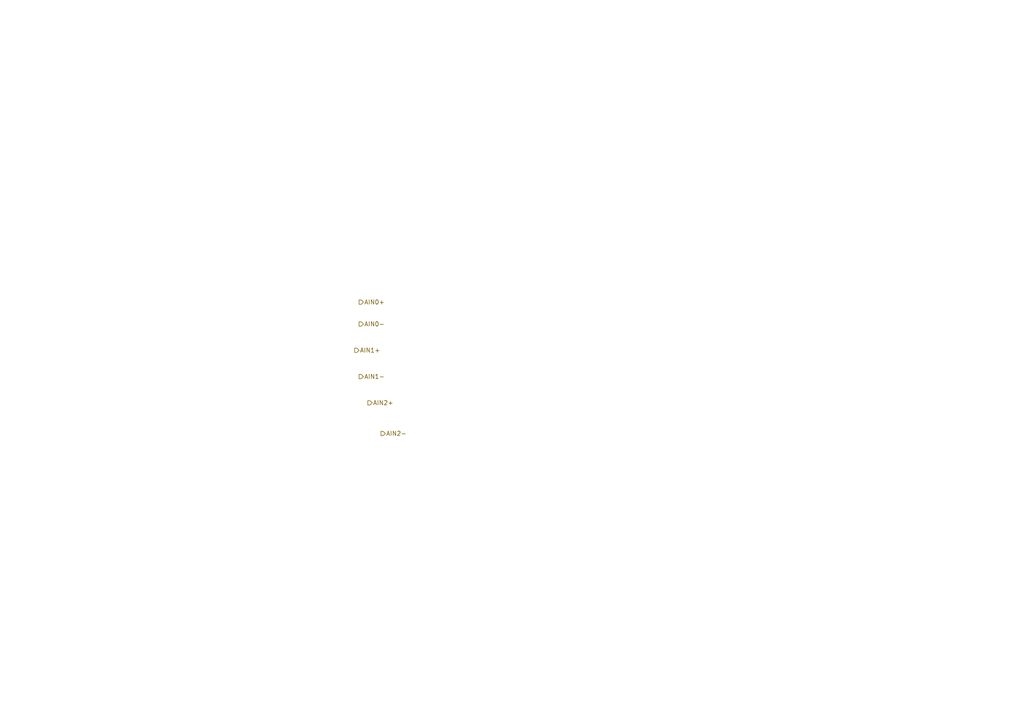
<source format=kicad_sch>
(kicad_sch
	(version 20250114)
	(generator "eeschema")
	(generator_version "9.0")
	(uuid "e8cc1c4d-8d9f-4bbd-bb6a-d517a4edb1e5")
	(paper "A4")
	(lib_symbols)
	(hierarchical_label "AIN0+"
		(shape output)
		(at 104.14 87.63 0)
		(effects
			(font
				(size 1.27 1.27)
			)
			(justify left)
		)
		(uuid "421a23fe-ace4-4022-a47d-04fbe9815418")
	)
	(hierarchical_label "AIN0-"
		(shape output)
		(at 104.14 93.98 0)
		(effects
			(font
				(size 1.27 1.27)
			)
			(justify left)
		)
		(uuid "55e79c24-fd82-4488-94a5-4c4d340da5d4")
	)
	(hierarchical_label "AIN2+"
		(shape output)
		(at 106.68 116.84 0)
		(effects
			(font
				(size 1.27 1.27)
			)
			(justify left)
		)
		(uuid "90294cdb-c41e-41f1-a4e0-276d2ce2c8a9")
	)
	(hierarchical_label "AIN2-"
		(shape output)
		(at 110.49 125.73 0)
		(effects
			(font
				(size 1.27 1.27)
			)
			(justify left)
		)
		(uuid "92ef71ad-f535-478a-90dc-b13617c23e96")
	)
	(hierarchical_label "AIN1+"
		(shape output)
		(at 102.87 101.6 0)
		(effects
			(font
				(size 1.27 1.27)
			)
			(justify left)
		)
		(uuid "9971da9b-286d-40f0-b605-656c4fa86daf")
	)
	(hierarchical_label "AIN1-"
		(shape output)
		(at 104.14 109.22 0)
		(effects
			(font
				(size 1.27 1.27)
			)
			(justify left)
		)
		(uuid "b0f93464-5b7a-44c7-9e78-2488f0c25a78")
	)
)

</source>
